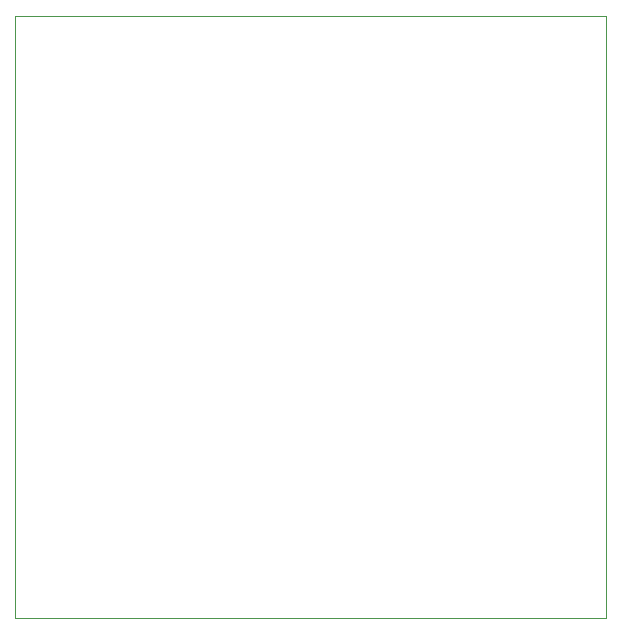
<source format=gm1>
G04 #@! TF.GenerationSoftware,KiCad,Pcbnew,(6.0.7)*
G04 #@! TF.CreationDate,2022-12-11T11:01:38+01:00*
G04 #@! TF.ProjectId,CT_Clamp,43545f43-6c61-46d7-902e-6b696361645f,rev?*
G04 #@! TF.SameCoordinates,Original*
G04 #@! TF.FileFunction,Profile,NP*
%FSLAX46Y46*%
G04 Gerber Fmt 4.6, Leading zero omitted, Abs format (unit mm)*
G04 Created by KiCad (PCBNEW (6.0.7)) date 2022-12-11 11:01:38*
%MOMM*%
%LPD*%
G01*
G04 APERTURE LIST*
G04 #@! TA.AperFunction,Profile*
%ADD10C,0.100000*%
G04 #@! TD*
G04 APERTURE END LIST*
D10*
X121750000Y-71500000D02*
X171750000Y-71500000D01*
X171750000Y-71500000D02*
X171750000Y-122500000D01*
X171750000Y-122500000D02*
X121750000Y-122500000D01*
X121750000Y-122500000D02*
X121750000Y-71500000D01*
M02*

</source>
